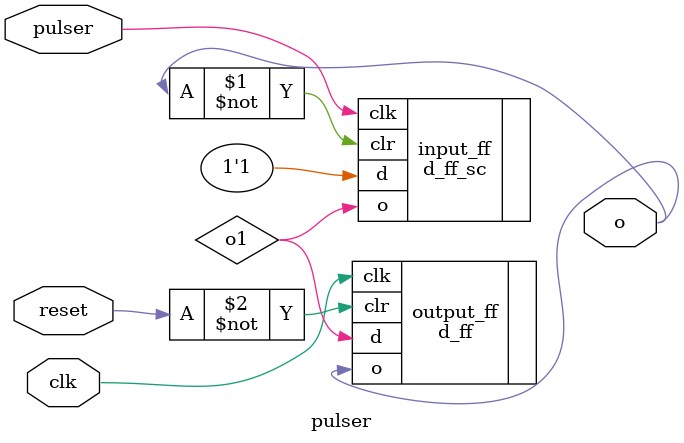
<source format=v>
`timescale 1ns / 1ps
module pulser(pulser, clk, reset, o);
   input pulser;
   input clk;
   input reset;
   output o;
   
   wire o1;
    
    d_ff_sc input_ff (
      .d(1'b1),
      .o(o1),
      .clr(~o),
      .clk(pulser)
    );
    
    d_ff output_ff (
      .d(o1),
      .o(o),
      .clr(~reset),
      .clk(clk)
    );
   
endmodule
</source>
